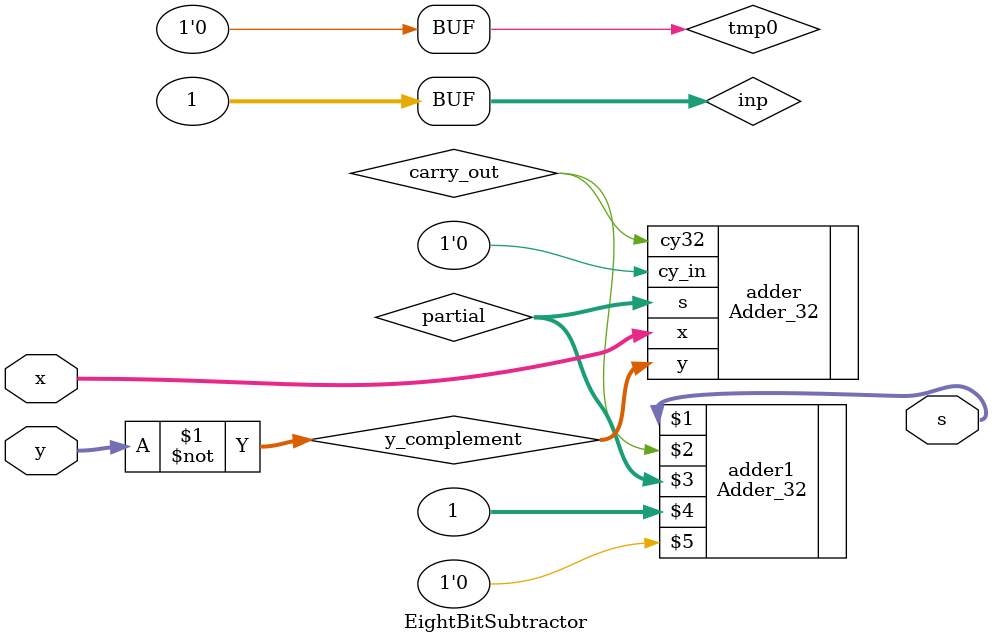
<source format=v>
`timescale 1ns / 1ps


module EightBitSubtractor # (parameter WIDTH = 32) (
    input [WIDTH-1:0] x,  // 8-bit input x
    input [WIDTH-1:0] y,  // 8-bit input y
    output [WIDTH-1:0] s // 8-bit output s
);
    wire [WIDTH-1:0] y_complement; // 2's complement of y
    wire carry_out; // Carry out from the addition

    // Compute 2's complement of y: ~y + 1
    assign y_complement = ~y;
   
  wire tmp0;
  wire tmp1;
  assign tmp0=0;
  wire [WIDTH-1:0] partial;
    // Perform addition of x and the 2's complement of y
    Adder_32 adder (
        .x(x),
        .y(y_complement),
      .cy_in(tmp0), // No initial carry-in
      .s(partial),
        .cy32(carry_out)
    );
  wire [WIDTH-1:0] inp;
  assign inp=32'b1;
  Adder_32 adder1(s,carry_out,partial,inp,tmp0);

endmodule


</source>
